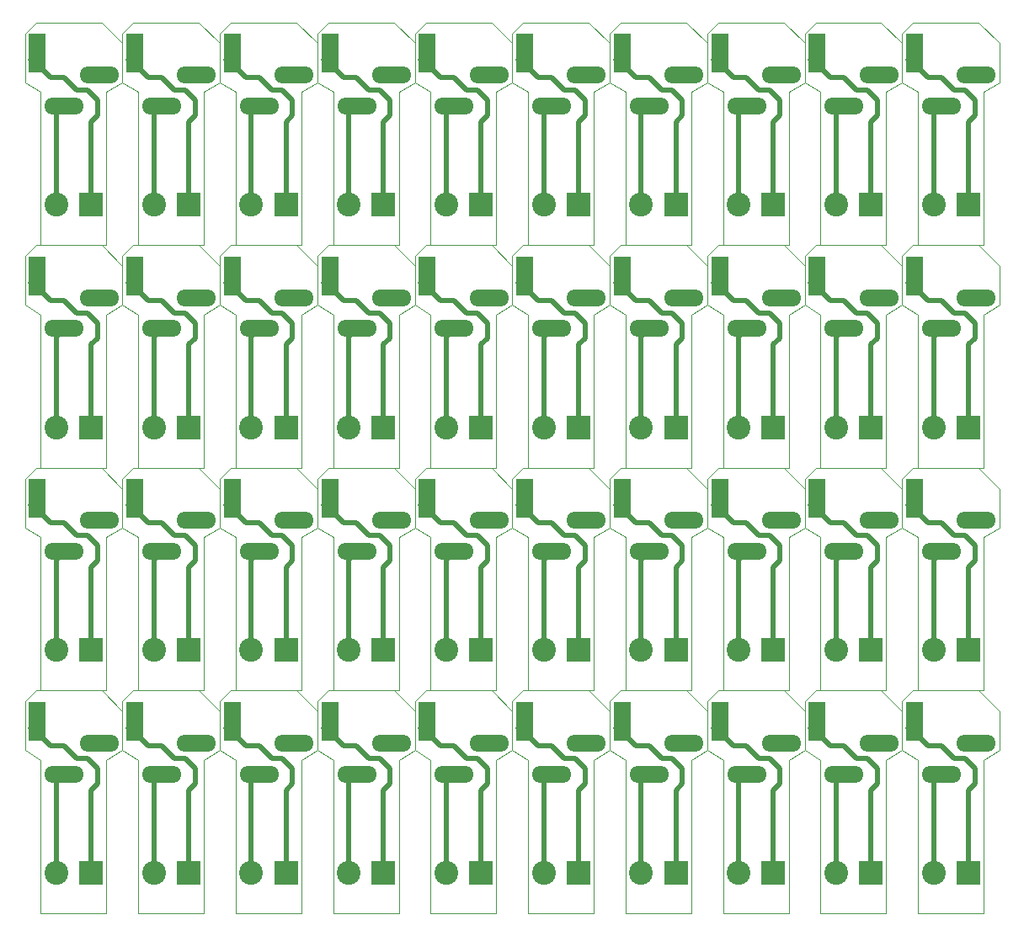
<source format=gbr>
%TF.GenerationSoftware,KiCad,Pcbnew,6.0.11-2627ca5db0~126~ubuntu20.04.1*%
%TF.CreationDate,2024-11-03T19:09:38-05:00*%
%TF.ProjectId,,58585858-5858-4585-9858-585858585858,rev?*%
%TF.SameCoordinates,Original*%
%TF.FileFunction,Copper,L2,Bot*%
%TF.FilePolarity,Positive*%
%FSLAX46Y46*%
G04 Gerber Fmt 4.6, Leading zero omitted, Abs format (unit mm)*
G04 Created by KiCad (PCBNEW 6.0.11-2627ca5db0~126~ubuntu20.04.1) date 2024-11-03 19:09:38*
%MOMM*%
%LPD*%
G01*
G04 APERTURE LIST*
%TA.AperFunction,Profile*%
%ADD10C,0.100000*%
%TD*%
%TA.AperFunction,ComponentPad*%
%ADD11R,1.700000X4.000000*%
%TD*%
%TA.AperFunction,ComponentPad*%
%ADD12O,4.000000X1.700000*%
%TD*%
%TA.AperFunction,ComponentPad*%
%ADD13R,2.400000X2.400000*%
%TD*%
%TA.AperFunction,ComponentPad*%
%ADD14C,2.400000*%
%TD*%
%TA.AperFunction,Conductor*%
%ADD15C,0.500000*%
%TD*%
G04 APERTURE END LIST*
D10*
X154578000Y-117281000D02*
X161178000Y-117281000D01*
X153478000Y-123281000D02*
X155078000Y-124281000D01*
X161178000Y-117281000D02*
X163278000Y-119381000D01*
X155078000Y-139681000D02*
X161678000Y-139681000D01*
X163278000Y-119381000D02*
X163278000Y-123281000D01*
X153478000Y-118381000D02*
X153478000Y-123281000D01*
X161678000Y-124281000D02*
X163278000Y-123281000D01*
X161678000Y-124281000D02*
X161678000Y-139681000D01*
X155078000Y-124281000D02*
X155078000Y-139681000D01*
X154578000Y-117281000D02*
X153478000Y-118381000D01*
X144778000Y-117281000D02*
X151378000Y-117281000D01*
X143678000Y-123281000D02*
X145278000Y-124281000D01*
X151378000Y-117281000D02*
X153478000Y-119381000D01*
X145278000Y-139681000D02*
X151878000Y-139681000D01*
X153478000Y-119381000D02*
X153478000Y-123281000D01*
X143678000Y-118381000D02*
X143678000Y-123281000D01*
X151878000Y-124281000D02*
X153478000Y-123281000D01*
X151878000Y-124281000D02*
X151878000Y-139681000D01*
X145278000Y-124281000D02*
X145278000Y-139681000D01*
X144778000Y-117281000D02*
X143678000Y-118381000D01*
X134978000Y-117281000D02*
X141578000Y-117281000D01*
X133878000Y-123281000D02*
X135478000Y-124281000D01*
X141578000Y-117281000D02*
X143678000Y-119381000D01*
X135478000Y-139681000D02*
X142078000Y-139681000D01*
X143678000Y-119381000D02*
X143678000Y-123281000D01*
X133878000Y-118381000D02*
X133878000Y-123281000D01*
X142078000Y-124281000D02*
X143678000Y-123281000D01*
X142078000Y-124281000D02*
X142078000Y-139681000D01*
X135478000Y-124281000D02*
X135478000Y-139681000D01*
X134978000Y-117281000D02*
X133878000Y-118381000D01*
X125178000Y-117281000D02*
X131778000Y-117281000D01*
X124078000Y-123281000D02*
X125678000Y-124281000D01*
X131778000Y-117281000D02*
X133878000Y-119381000D01*
X125678000Y-139681000D02*
X132278000Y-139681000D01*
X133878000Y-119381000D02*
X133878000Y-123281000D01*
X124078000Y-118381000D02*
X124078000Y-123281000D01*
X132278000Y-124281000D02*
X133878000Y-123281000D01*
X132278000Y-124281000D02*
X132278000Y-139681000D01*
X125678000Y-124281000D02*
X125678000Y-139681000D01*
X125178000Y-117281000D02*
X124078000Y-118381000D01*
X115378000Y-117281000D02*
X121978000Y-117281000D01*
X114278000Y-123281000D02*
X115878000Y-124281000D01*
X121978000Y-117281000D02*
X124078000Y-119381000D01*
X115878000Y-139681000D02*
X122478000Y-139681000D01*
X124078000Y-119381000D02*
X124078000Y-123281000D01*
X114278000Y-118381000D02*
X114278000Y-123281000D01*
X122478000Y-124281000D02*
X124078000Y-123281000D01*
X122478000Y-124281000D02*
X122478000Y-139681000D01*
X115878000Y-124281000D02*
X115878000Y-139681000D01*
X115378000Y-117281000D02*
X114278000Y-118381000D01*
X105578000Y-117281000D02*
X112178000Y-117281000D01*
X104478000Y-123281000D02*
X106078000Y-124281000D01*
X112178000Y-117281000D02*
X114278000Y-119381000D01*
X106078000Y-139681000D02*
X112678000Y-139681000D01*
X114278000Y-119381000D02*
X114278000Y-123281000D01*
X104478000Y-118381000D02*
X104478000Y-123281000D01*
X112678000Y-124281000D02*
X114278000Y-123281000D01*
X112678000Y-124281000D02*
X112678000Y-139681000D01*
X106078000Y-124281000D02*
X106078000Y-139681000D01*
X105578000Y-117281000D02*
X104478000Y-118381000D01*
X95778000Y-117281000D02*
X102378000Y-117281000D01*
X94678000Y-123281000D02*
X96278000Y-124281000D01*
X102378000Y-117281000D02*
X104478000Y-119381000D01*
X96278000Y-139681000D02*
X102878000Y-139681000D01*
X104478000Y-119381000D02*
X104478000Y-123281000D01*
X94678000Y-118381000D02*
X94678000Y-123281000D01*
X102878000Y-124281000D02*
X104478000Y-123281000D01*
X102878000Y-124281000D02*
X102878000Y-139681000D01*
X96278000Y-124281000D02*
X96278000Y-139681000D01*
X95778000Y-117281000D02*
X94678000Y-118381000D01*
X85978000Y-117281000D02*
X92578000Y-117281000D01*
X84878000Y-123281000D02*
X86478000Y-124281000D01*
X92578000Y-117281000D02*
X94678000Y-119381000D01*
X86478000Y-139681000D02*
X93078000Y-139681000D01*
X94678000Y-119381000D02*
X94678000Y-123281000D01*
X84878000Y-118381000D02*
X84878000Y-123281000D01*
X93078000Y-124281000D02*
X94678000Y-123281000D01*
X93078000Y-124281000D02*
X93078000Y-139681000D01*
X86478000Y-124281000D02*
X86478000Y-139681000D01*
X85978000Y-117281000D02*
X84878000Y-118381000D01*
X76178000Y-117281000D02*
X82778000Y-117281000D01*
X75078000Y-123281000D02*
X76678000Y-124281000D01*
X82778000Y-117281000D02*
X84878000Y-119381000D01*
X76678000Y-139681000D02*
X83278000Y-139681000D01*
X84878000Y-119381000D02*
X84878000Y-123281000D01*
X75078000Y-118381000D02*
X75078000Y-123281000D01*
X83278000Y-124281000D02*
X84878000Y-123281000D01*
X83278000Y-124281000D02*
X83278000Y-139681000D01*
X76678000Y-124281000D02*
X76678000Y-139681000D01*
X76178000Y-117281000D02*
X75078000Y-118381000D01*
X66378000Y-117281000D02*
X72978000Y-117281000D01*
X65278000Y-123281000D02*
X66878000Y-124281000D01*
X72978000Y-117281000D02*
X75078000Y-119381000D01*
X66878000Y-139681000D02*
X73478000Y-139681000D01*
X75078000Y-119381000D02*
X75078000Y-123281000D01*
X65278000Y-118381000D02*
X65278000Y-123281000D01*
X73478000Y-124281000D02*
X75078000Y-123281000D01*
X73478000Y-124281000D02*
X73478000Y-139681000D01*
X66878000Y-124281000D02*
X66878000Y-139681000D01*
X66378000Y-117281000D02*
X65278000Y-118381000D01*
X154578000Y-94881000D02*
X161178000Y-94881000D01*
X153478000Y-100881000D02*
X155078000Y-101881000D01*
X161178000Y-94881000D02*
X163278000Y-96981000D01*
X155078000Y-117281000D02*
X161678000Y-117281000D01*
X163278000Y-96981000D02*
X163278000Y-100881000D01*
X153478000Y-95981000D02*
X153478000Y-100881000D01*
X161678000Y-101881000D02*
X163278000Y-100881000D01*
X161678000Y-101881000D02*
X161678000Y-117281000D01*
X155078000Y-101881000D02*
X155078000Y-117281000D01*
X154578000Y-94881000D02*
X153478000Y-95981000D01*
X144778000Y-94881000D02*
X151378000Y-94881000D01*
X143678000Y-100881000D02*
X145278000Y-101881000D01*
X151378000Y-94881000D02*
X153478000Y-96981000D01*
X145278000Y-117281000D02*
X151878000Y-117281000D01*
X153478000Y-96981000D02*
X153478000Y-100881000D01*
X143678000Y-95981000D02*
X143678000Y-100881000D01*
X151878000Y-101881000D02*
X153478000Y-100881000D01*
X151878000Y-101881000D02*
X151878000Y-117281000D01*
X145278000Y-101881000D02*
X145278000Y-117281000D01*
X144778000Y-94881000D02*
X143678000Y-95981000D01*
X134978000Y-94881000D02*
X141578000Y-94881000D01*
X133878000Y-100881000D02*
X135478000Y-101881000D01*
X141578000Y-94881000D02*
X143678000Y-96981000D01*
X135478000Y-117281000D02*
X142078000Y-117281000D01*
X143678000Y-96981000D02*
X143678000Y-100881000D01*
X133878000Y-95981000D02*
X133878000Y-100881000D01*
X142078000Y-101881000D02*
X143678000Y-100881000D01*
X142078000Y-101881000D02*
X142078000Y-117281000D01*
X135478000Y-101881000D02*
X135478000Y-117281000D01*
X134978000Y-94881000D02*
X133878000Y-95981000D01*
X125178000Y-94881000D02*
X131778000Y-94881000D01*
X124078000Y-100881000D02*
X125678000Y-101881000D01*
X131778000Y-94881000D02*
X133878000Y-96981000D01*
X125678000Y-117281000D02*
X132278000Y-117281000D01*
X133878000Y-96981000D02*
X133878000Y-100881000D01*
X124078000Y-95981000D02*
X124078000Y-100881000D01*
X132278000Y-101881000D02*
X133878000Y-100881000D01*
X132278000Y-101881000D02*
X132278000Y-117281000D01*
X125678000Y-101881000D02*
X125678000Y-117281000D01*
X125178000Y-94881000D02*
X124078000Y-95981000D01*
X115378000Y-94881000D02*
X121978000Y-94881000D01*
X114278000Y-100881000D02*
X115878000Y-101881000D01*
X121978000Y-94881000D02*
X124078000Y-96981000D01*
X115878000Y-117281000D02*
X122478000Y-117281000D01*
X124078000Y-96981000D02*
X124078000Y-100881000D01*
X114278000Y-95981000D02*
X114278000Y-100881000D01*
X122478000Y-101881000D02*
X124078000Y-100881000D01*
X122478000Y-101881000D02*
X122478000Y-117281000D01*
X115878000Y-101881000D02*
X115878000Y-117281000D01*
X115378000Y-94881000D02*
X114278000Y-95981000D01*
X105578000Y-94881000D02*
X112178000Y-94881000D01*
X104478000Y-100881000D02*
X106078000Y-101881000D01*
X112178000Y-94881000D02*
X114278000Y-96981000D01*
X106078000Y-117281000D02*
X112678000Y-117281000D01*
X114278000Y-96981000D02*
X114278000Y-100881000D01*
X104478000Y-95981000D02*
X104478000Y-100881000D01*
X112678000Y-101881000D02*
X114278000Y-100881000D01*
X112678000Y-101881000D02*
X112678000Y-117281000D01*
X106078000Y-101881000D02*
X106078000Y-117281000D01*
X105578000Y-94881000D02*
X104478000Y-95981000D01*
X95778000Y-94881000D02*
X102378000Y-94881000D01*
X94678000Y-100881000D02*
X96278000Y-101881000D01*
X102378000Y-94881000D02*
X104478000Y-96981000D01*
X96278000Y-117281000D02*
X102878000Y-117281000D01*
X104478000Y-96981000D02*
X104478000Y-100881000D01*
X94678000Y-95981000D02*
X94678000Y-100881000D01*
X102878000Y-101881000D02*
X104478000Y-100881000D01*
X102878000Y-101881000D02*
X102878000Y-117281000D01*
X96278000Y-101881000D02*
X96278000Y-117281000D01*
X95778000Y-94881000D02*
X94678000Y-95981000D01*
X85978000Y-94881000D02*
X92578000Y-94881000D01*
X84878000Y-100881000D02*
X86478000Y-101881000D01*
X92578000Y-94881000D02*
X94678000Y-96981000D01*
X86478000Y-117281000D02*
X93078000Y-117281000D01*
X94678000Y-96981000D02*
X94678000Y-100881000D01*
X84878000Y-95981000D02*
X84878000Y-100881000D01*
X93078000Y-101881000D02*
X94678000Y-100881000D01*
X93078000Y-101881000D02*
X93078000Y-117281000D01*
X86478000Y-101881000D02*
X86478000Y-117281000D01*
X85978000Y-94881000D02*
X84878000Y-95981000D01*
X76178000Y-94881000D02*
X82778000Y-94881000D01*
X75078000Y-100881000D02*
X76678000Y-101881000D01*
X82778000Y-94881000D02*
X84878000Y-96981000D01*
X76678000Y-117281000D02*
X83278000Y-117281000D01*
X84878000Y-96981000D02*
X84878000Y-100881000D01*
X75078000Y-95981000D02*
X75078000Y-100881000D01*
X83278000Y-101881000D02*
X84878000Y-100881000D01*
X83278000Y-101881000D02*
X83278000Y-117281000D01*
X76678000Y-101881000D02*
X76678000Y-117281000D01*
X76178000Y-94881000D02*
X75078000Y-95981000D01*
X66378000Y-94881000D02*
X72978000Y-94881000D01*
X65278000Y-100881000D02*
X66878000Y-101881000D01*
X72978000Y-94881000D02*
X75078000Y-96981000D01*
X66878000Y-117281000D02*
X73478000Y-117281000D01*
X75078000Y-96981000D02*
X75078000Y-100881000D01*
X65278000Y-95981000D02*
X65278000Y-100881000D01*
X73478000Y-101881000D02*
X75078000Y-100881000D01*
X73478000Y-101881000D02*
X73478000Y-117281000D01*
X66878000Y-101881000D02*
X66878000Y-117281000D01*
X66378000Y-94881000D02*
X65278000Y-95981000D01*
X154578000Y-72481000D02*
X161178000Y-72481000D01*
X153478000Y-78481000D02*
X155078000Y-79481000D01*
X161178000Y-72481000D02*
X163278000Y-74581000D01*
X155078000Y-94881000D02*
X161678000Y-94881000D01*
X163278000Y-74581000D02*
X163278000Y-78481000D01*
X153478000Y-73581000D02*
X153478000Y-78481000D01*
X161678000Y-79481000D02*
X163278000Y-78481000D01*
X161678000Y-79481000D02*
X161678000Y-94881000D01*
X155078000Y-79481000D02*
X155078000Y-94881000D01*
X154578000Y-72481000D02*
X153478000Y-73581000D01*
X144778000Y-72481000D02*
X151378000Y-72481000D01*
X143678000Y-78481000D02*
X145278000Y-79481000D01*
X151378000Y-72481000D02*
X153478000Y-74581000D01*
X145278000Y-94881000D02*
X151878000Y-94881000D01*
X153478000Y-74581000D02*
X153478000Y-78481000D01*
X143678000Y-73581000D02*
X143678000Y-78481000D01*
X151878000Y-79481000D02*
X153478000Y-78481000D01*
X151878000Y-79481000D02*
X151878000Y-94881000D01*
X145278000Y-79481000D02*
X145278000Y-94881000D01*
X144778000Y-72481000D02*
X143678000Y-73581000D01*
X134978000Y-72481000D02*
X141578000Y-72481000D01*
X133878000Y-78481000D02*
X135478000Y-79481000D01*
X141578000Y-72481000D02*
X143678000Y-74581000D01*
X135478000Y-94881000D02*
X142078000Y-94881000D01*
X143678000Y-74581000D02*
X143678000Y-78481000D01*
X133878000Y-73581000D02*
X133878000Y-78481000D01*
X142078000Y-79481000D02*
X143678000Y-78481000D01*
X142078000Y-79481000D02*
X142078000Y-94881000D01*
X135478000Y-79481000D02*
X135478000Y-94881000D01*
X134978000Y-72481000D02*
X133878000Y-73581000D01*
X125178000Y-72481000D02*
X131778000Y-72481000D01*
X124078000Y-78481000D02*
X125678000Y-79481000D01*
X131778000Y-72481000D02*
X133878000Y-74581000D01*
X125678000Y-94881000D02*
X132278000Y-94881000D01*
X133878000Y-74581000D02*
X133878000Y-78481000D01*
X124078000Y-73581000D02*
X124078000Y-78481000D01*
X132278000Y-79481000D02*
X133878000Y-78481000D01*
X132278000Y-79481000D02*
X132278000Y-94881000D01*
X125678000Y-79481000D02*
X125678000Y-94881000D01*
X125178000Y-72481000D02*
X124078000Y-73581000D01*
X115378000Y-72481000D02*
X121978000Y-72481000D01*
X114278000Y-78481000D02*
X115878000Y-79481000D01*
X121978000Y-72481000D02*
X124078000Y-74581000D01*
X115878000Y-94881000D02*
X122478000Y-94881000D01*
X124078000Y-74581000D02*
X124078000Y-78481000D01*
X114278000Y-73581000D02*
X114278000Y-78481000D01*
X122478000Y-79481000D02*
X124078000Y-78481000D01*
X122478000Y-79481000D02*
X122478000Y-94881000D01*
X115878000Y-79481000D02*
X115878000Y-94881000D01*
X115378000Y-72481000D02*
X114278000Y-73581000D01*
X105578000Y-72481000D02*
X112178000Y-72481000D01*
X104478000Y-78481000D02*
X106078000Y-79481000D01*
X112178000Y-72481000D02*
X114278000Y-74581000D01*
X106078000Y-94881000D02*
X112678000Y-94881000D01*
X114278000Y-74581000D02*
X114278000Y-78481000D01*
X104478000Y-73581000D02*
X104478000Y-78481000D01*
X112678000Y-79481000D02*
X114278000Y-78481000D01*
X112678000Y-79481000D02*
X112678000Y-94881000D01*
X106078000Y-79481000D02*
X106078000Y-94881000D01*
X105578000Y-72481000D02*
X104478000Y-73581000D01*
X95778000Y-72481000D02*
X102378000Y-72481000D01*
X94678000Y-78481000D02*
X96278000Y-79481000D01*
X102378000Y-72481000D02*
X104478000Y-74581000D01*
X96278000Y-94881000D02*
X102878000Y-94881000D01*
X104478000Y-74581000D02*
X104478000Y-78481000D01*
X94678000Y-73581000D02*
X94678000Y-78481000D01*
X102878000Y-79481000D02*
X104478000Y-78481000D01*
X102878000Y-79481000D02*
X102878000Y-94881000D01*
X96278000Y-79481000D02*
X96278000Y-94881000D01*
X95778000Y-72481000D02*
X94678000Y-73581000D01*
X85978000Y-72481000D02*
X92578000Y-72481000D01*
X84878000Y-78481000D02*
X86478000Y-79481000D01*
X92578000Y-72481000D02*
X94678000Y-74581000D01*
X86478000Y-94881000D02*
X93078000Y-94881000D01*
X94678000Y-74581000D02*
X94678000Y-78481000D01*
X84878000Y-73581000D02*
X84878000Y-78481000D01*
X93078000Y-79481000D02*
X94678000Y-78481000D01*
X93078000Y-79481000D02*
X93078000Y-94881000D01*
X86478000Y-79481000D02*
X86478000Y-94881000D01*
X85978000Y-72481000D02*
X84878000Y-73581000D01*
X76178000Y-72481000D02*
X82778000Y-72481000D01*
X75078000Y-78481000D02*
X76678000Y-79481000D01*
X82778000Y-72481000D02*
X84878000Y-74581000D01*
X76678000Y-94881000D02*
X83278000Y-94881000D01*
X84878000Y-74581000D02*
X84878000Y-78481000D01*
X75078000Y-73581000D02*
X75078000Y-78481000D01*
X83278000Y-79481000D02*
X84878000Y-78481000D01*
X83278000Y-79481000D02*
X83278000Y-94881000D01*
X76678000Y-79481000D02*
X76678000Y-94881000D01*
X76178000Y-72481000D02*
X75078000Y-73581000D01*
X66378000Y-72481000D02*
X72978000Y-72481000D01*
X65278000Y-78481000D02*
X66878000Y-79481000D01*
X72978000Y-72481000D02*
X75078000Y-74581000D01*
X66878000Y-94881000D02*
X73478000Y-94881000D01*
X75078000Y-74581000D02*
X75078000Y-78481000D01*
X65278000Y-73581000D02*
X65278000Y-78481000D01*
X73478000Y-79481000D02*
X75078000Y-78481000D01*
X73478000Y-79481000D02*
X73478000Y-94881000D01*
X66878000Y-79481000D02*
X66878000Y-94881000D01*
X66378000Y-72481000D02*
X65278000Y-73581000D01*
X154578000Y-50081000D02*
X161178000Y-50081000D01*
X153478000Y-56081000D02*
X155078000Y-57081000D01*
X161178000Y-50081000D02*
X163278000Y-52181000D01*
X155078000Y-72481000D02*
X161678000Y-72481000D01*
X163278000Y-52181000D02*
X163278000Y-56081000D01*
X153478000Y-51181000D02*
X153478000Y-56081000D01*
X161678000Y-57081000D02*
X163278000Y-56081000D01*
X161678000Y-57081000D02*
X161678000Y-72481000D01*
X155078000Y-57081000D02*
X155078000Y-72481000D01*
X154578000Y-50081000D02*
X153478000Y-51181000D01*
X144778000Y-50081000D02*
X151378000Y-50081000D01*
X143678000Y-56081000D02*
X145278000Y-57081000D01*
X151378000Y-50081000D02*
X153478000Y-52181000D01*
X145278000Y-72481000D02*
X151878000Y-72481000D01*
X153478000Y-52181000D02*
X153478000Y-56081000D01*
X143678000Y-51181000D02*
X143678000Y-56081000D01*
X151878000Y-57081000D02*
X153478000Y-56081000D01*
X151878000Y-57081000D02*
X151878000Y-72481000D01*
X145278000Y-57081000D02*
X145278000Y-72481000D01*
X144778000Y-50081000D02*
X143678000Y-51181000D01*
X134978000Y-50081000D02*
X141578000Y-50081000D01*
X133878000Y-56081000D02*
X135478000Y-57081000D01*
X141578000Y-50081000D02*
X143678000Y-52181000D01*
X135478000Y-72481000D02*
X142078000Y-72481000D01*
X143678000Y-52181000D02*
X143678000Y-56081000D01*
X133878000Y-51181000D02*
X133878000Y-56081000D01*
X142078000Y-57081000D02*
X143678000Y-56081000D01*
X142078000Y-57081000D02*
X142078000Y-72481000D01*
X135478000Y-57081000D02*
X135478000Y-72481000D01*
X134978000Y-50081000D02*
X133878000Y-51181000D01*
X125178000Y-50081000D02*
X131778000Y-50081000D01*
X124078000Y-56081000D02*
X125678000Y-57081000D01*
X131778000Y-50081000D02*
X133878000Y-52181000D01*
X125678000Y-72481000D02*
X132278000Y-72481000D01*
X133878000Y-52181000D02*
X133878000Y-56081000D01*
X124078000Y-51181000D02*
X124078000Y-56081000D01*
X132278000Y-57081000D02*
X133878000Y-56081000D01*
X132278000Y-57081000D02*
X132278000Y-72481000D01*
X125678000Y-57081000D02*
X125678000Y-72481000D01*
X125178000Y-50081000D02*
X124078000Y-51181000D01*
X115378000Y-50081000D02*
X121978000Y-50081000D01*
X114278000Y-56081000D02*
X115878000Y-57081000D01*
X121978000Y-50081000D02*
X124078000Y-52181000D01*
X115878000Y-72481000D02*
X122478000Y-72481000D01*
X124078000Y-52181000D02*
X124078000Y-56081000D01*
X114278000Y-51181000D02*
X114278000Y-56081000D01*
X122478000Y-57081000D02*
X124078000Y-56081000D01*
X122478000Y-57081000D02*
X122478000Y-72481000D01*
X115878000Y-57081000D02*
X115878000Y-72481000D01*
X115378000Y-50081000D02*
X114278000Y-51181000D01*
X105578000Y-50081000D02*
X112178000Y-50081000D01*
X104478000Y-56081000D02*
X106078000Y-57081000D01*
X112178000Y-50081000D02*
X114278000Y-52181000D01*
X106078000Y-72481000D02*
X112678000Y-72481000D01*
X114278000Y-52181000D02*
X114278000Y-56081000D01*
X104478000Y-51181000D02*
X104478000Y-56081000D01*
X112678000Y-57081000D02*
X114278000Y-56081000D01*
X112678000Y-57081000D02*
X112678000Y-72481000D01*
X106078000Y-57081000D02*
X106078000Y-72481000D01*
X105578000Y-50081000D02*
X104478000Y-51181000D01*
X95778000Y-50081000D02*
X102378000Y-50081000D01*
X94678000Y-56081000D02*
X96278000Y-57081000D01*
X102378000Y-50081000D02*
X104478000Y-52181000D01*
X96278000Y-72481000D02*
X102878000Y-72481000D01*
X104478000Y-52181000D02*
X104478000Y-56081000D01*
X94678000Y-51181000D02*
X94678000Y-56081000D01*
X102878000Y-57081000D02*
X104478000Y-56081000D01*
X102878000Y-57081000D02*
X102878000Y-72481000D01*
X96278000Y-57081000D02*
X96278000Y-72481000D01*
X95778000Y-50081000D02*
X94678000Y-51181000D01*
X85978000Y-50081000D02*
X92578000Y-50081000D01*
X84878000Y-56081000D02*
X86478000Y-57081000D01*
X92578000Y-50081000D02*
X94678000Y-52181000D01*
X86478000Y-72481000D02*
X93078000Y-72481000D01*
X94678000Y-52181000D02*
X94678000Y-56081000D01*
X84878000Y-51181000D02*
X84878000Y-56081000D01*
X93078000Y-57081000D02*
X94678000Y-56081000D01*
X93078000Y-57081000D02*
X93078000Y-72481000D01*
X86478000Y-57081000D02*
X86478000Y-72481000D01*
X85978000Y-50081000D02*
X84878000Y-51181000D01*
X76178000Y-50081000D02*
X82778000Y-50081000D01*
X75078000Y-56081000D02*
X76678000Y-57081000D01*
X82778000Y-50081000D02*
X84878000Y-52181000D01*
X76678000Y-72481000D02*
X83278000Y-72481000D01*
X84878000Y-52181000D02*
X84878000Y-56081000D01*
X75078000Y-51181000D02*
X75078000Y-56081000D01*
X83278000Y-57081000D02*
X84878000Y-56081000D01*
X83278000Y-57081000D02*
X83278000Y-72481000D01*
X76678000Y-57081000D02*
X76678000Y-72481000D01*
X76178000Y-50081000D02*
X75078000Y-51181000D01*
X66378000Y-50081000D02*
X72978000Y-50081000D01*
X73478000Y-57081000D02*
X75078000Y-56081000D01*
X65278000Y-51181000D02*
X65278000Y-56081000D01*
X66878000Y-72481000D02*
X73478000Y-72481000D01*
X65278000Y-56081000D02*
X66878000Y-57081000D01*
X72978000Y-50081000D02*
X75078000Y-52181000D01*
X66378000Y-50081000D02*
X65278000Y-51181000D01*
X75078000Y-52181000D02*
X75078000Y-56081000D01*
X73478000Y-57081000D02*
X73478000Y-72481000D01*
X66878000Y-57081000D02*
X66878000Y-72481000D01*
D11*
%TO.P,J1,1*%
%TO.N,Net-(J1-Pad1)*%
X154738000Y-120381000D03*
D12*
%TO.P,J1,2*%
%TO.N,Net-(J1-Pad2)*%
X157438000Y-125681000D03*
%TO.P,J1,3*%
%TO.N,unconnected-(J1-Pad3)*%
X160938000Y-122581000D03*
%TD*%
D13*
%TO.P,J2,1,Pin_1*%
%TO.N,Net-(J1-Pad1)*%
X160128000Y-135612000D03*
D14*
%TO.P,J2,2,Pin_2*%
%TO.N,Net-(J1-Pad2)*%
X156628000Y-135612000D03*
%TD*%
D11*
%TO.P,J1,1*%
%TO.N,Net-(J1-Pad1)*%
X144938000Y-120381000D03*
D12*
%TO.P,J1,2*%
%TO.N,Net-(J1-Pad2)*%
X147638000Y-125681000D03*
%TO.P,J1,3*%
%TO.N,unconnected-(J1-Pad3)*%
X151138000Y-122581000D03*
%TD*%
D13*
%TO.P,J2,1,Pin_1*%
%TO.N,Net-(J1-Pad1)*%
X150328000Y-135612000D03*
D14*
%TO.P,J2,2,Pin_2*%
%TO.N,Net-(J1-Pad2)*%
X146828000Y-135612000D03*
%TD*%
D11*
%TO.P,J1,1*%
%TO.N,Net-(J1-Pad1)*%
X135138000Y-120381000D03*
D12*
%TO.P,J1,2*%
%TO.N,Net-(J1-Pad2)*%
X137838000Y-125681000D03*
%TO.P,J1,3*%
%TO.N,unconnected-(J1-Pad3)*%
X141338000Y-122581000D03*
%TD*%
D13*
%TO.P,J2,1,Pin_1*%
%TO.N,Net-(J1-Pad1)*%
X140528000Y-135612000D03*
D14*
%TO.P,J2,2,Pin_2*%
%TO.N,Net-(J1-Pad2)*%
X137028000Y-135612000D03*
%TD*%
D11*
%TO.P,J1,1*%
%TO.N,Net-(J1-Pad1)*%
X125338000Y-120381000D03*
D12*
%TO.P,J1,2*%
%TO.N,Net-(J1-Pad2)*%
X128038000Y-125681000D03*
%TO.P,J1,3*%
%TO.N,unconnected-(J1-Pad3)*%
X131538000Y-122581000D03*
%TD*%
D13*
%TO.P,J2,1,Pin_1*%
%TO.N,Net-(J1-Pad1)*%
X130728000Y-135612000D03*
D14*
%TO.P,J2,2,Pin_2*%
%TO.N,Net-(J1-Pad2)*%
X127228000Y-135612000D03*
%TD*%
D11*
%TO.P,J1,1*%
%TO.N,Net-(J1-Pad1)*%
X115538000Y-120381000D03*
D12*
%TO.P,J1,2*%
%TO.N,Net-(J1-Pad2)*%
X118238000Y-125681000D03*
%TO.P,J1,3*%
%TO.N,unconnected-(J1-Pad3)*%
X121738000Y-122581000D03*
%TD*%
D13*
%TO.P,J2,1,Pin_1*%
%TO.N,Net-(J1-Pad1)*%
X120928000Y-135612000D03*
D14*
%TO.P,J2,2,Pin_2*%
%TO.N,Net-(J1-Pad2)*%
X117428000Y-135612000D03*
%TD*%
D11*
%TO.P,J1,1*%
%TO.N,Net-(J1-Pad1)*%
X105738000Y-120381000D03*
D12*
%TO.P,J1,2*%
%TO.N,Net-(J1-Pad2)*%
X108438000Y-125681000D03*
%TO.P,J1,3*%
%TO.N,unconnected-(J1-Pad3)*%
X111938000Y-122581000D03*
%TD*%
D13*
%TO.P,J2,1,Pin_1*%
%TO.N,Net-(J1-Pad1)*%
X111128000Y-135612000D03*
D14*
%TO.P,J2,2,Pin_2*%
%TO.N,Net-(J1-Pad2)*%
X107628000Y-135612000D03*
%TD*%
D11*
%TO.P,J1,1*%
%TO.N,Net-(J1-Pad1)*%
X95938000Y-120381000D03*
D12*
%TO.P,J1,2*%
%TO.N,Net-(J1-Pad2)*%
X98638000Y-125681000D03*
%TO.P,J1,3*%
%TO.N,unconnected-(J1-Pad3)*%
X102138000Y-122581000D03*
%TD*%
D13*
%TO.P,J2,1,Pin_1*%
%TO.N,Net-(J1-Pad1)*%
X101328000Y-135612000D03*
D14*
%TO.P,J2,2,Pin_2*%
%TO.N,Net-(J1-Pad2)*%
X97828000Y-135612000D03*
%TD*%
D11*
%TO.P,J1,1*%
%TO.N,Net-(J1-Pad1)*%
X86138000Y-120381000D03*
D12*
%TO.P,J1,2*%
%TO.N,Net-(J1-Pad2)*%
X88838000Y-125681000D03*
%TO.P,J1,3*%
%TO.N,unconnected-(J1-Pad3)*%
X92338000Y-122581000D03*
%TD*%
D13*
%TO.P,J2,1,Pin_1*%
%TO.N,Net-(J1-Pad1)*%
X91528000Y-135612000D03*
D14*
%TO.P,J2,2,Pin_2*%
%TO.N,Net-(J1-Pad2)*%
X88028000Y-135612000D03*
%TD*%
D11*
%TO.P,J1,1*%
%TO.N,Net-(J1-Pad1)*%
X76338000Y-120381000D03*
D12*
%TO.P,J1,2*%
%TO.N,Net-(J1-Pad2)*%
X79038000Y-125681000D03*
%TO.P,J1,3*%
%TO.N,unconnected-(J1-Pad3)*%
X82538000Y-122581000D03*
%TD*%
D13*
%TO.P,J2,1,Pin_1*%
%TO.N,Net-(J1-Pad1)*%
X81728000Y-135612000D03*
D14*
%TO.P,J2,2,Pin_2*%
%TO.N,Net-(J1-Pad2)*%
X78228000Y-135612000D03*
%TD*%
D11*
%TO.P,J1,1*%
%TO.N,Net-(J1-Pad1)*%
X66538000Y-120381000D03*
D12*
%TO.P,J1,2*%
%TO.N,Net-(J1-Pad2)*%
X69238000Y-125681000D03*
%TO.P,J1,3*%
%TO.N,unconnected-(J1-Pad3)*%
X72738000Y-122581000D03*
%TD*%
D13*
%TO.P,J2,1,Pin_1*%
%TO.N,Net-(J1-Pad1)*%
X71928000Y-135612000D03*
D14*
%TO.P,J2,2,Pin_2*%
%TO.N,Net-(J1-Pad2)*%
X68428000Y-135612000D03*
%TD*%
D11*
%TO.P,J1,1*%
%TO.N,Net-(J1-Pad1)*%
X154738000Y-97981000D03*
D12*
%TO.P,J1,2*%
%TO.N,Net-(J1-Pad2)*%
X157438000Y-103281000D03*
%TO.P,J1,3*%
%TO.N,unconnected-(J1-Pad3)*%
X160938000Y-100181000D03*
%TD*%
D13*
%TO.P,J2,1,Pin_1*%
%TO.N,Net-(J1-Pad1)*%
X160128000Y-113212000D03*
D14*
%TO.P,J2,2,Pin_2*%
%TO.N,Net-(J1-Pad2)*%
X156628000Y-113212000D03*
%TD*%
D11*
%TO.P,J1,1*%
%TO.N,Net-(J1-Pad1)*%
X144938000Y-97981000D03*
D12*
%TO.P,J1,2*%
%TO.N,Net-(J1-Pad2)*%
X147638000Y-103281000D03*
%TO.P,J1,3*%
%TO.N,unconnected-(J1-Pad3)*%
X151138000Y-100181000D03*
%TD*%
D13*
%TO.P,J2,1,Pin_1*%
%TO.N,Net-(J1-Pad1)*%
X150328000Y-113212000D03*
D14*
%TO.P,J2,2,Pin_2*%
%TO.N,Net-(J1-Pad2)*%
X146828000Y-113212000D03*
%TD*%
D11*
%TO.P,J1,1*%
%TO.N,Net-(J1-Pad1)*%
X135138000Y-97981000D03*
D12*
%TO.P,J1,2*%
%TO.N,Net-(J1-Pad2)*%
X137838000Y-103281000D03*
%TO.P,J1,3*%
%TO.N,unconnected-(J1-Pad3)*%
X141338000Y-100181000D03*
%TD*%
D13*
%TO.P,J2,1,Pin_1*%
%TO.N,Net-(J1-Pad1)*%
X140528000Y-113212000D03*
D14*
%TO.P,J2,2,Pin_2*%
%TO.N,Net-(J1-Pad2)*%
X137028000Y-113212000D03*
%TD*%
D11*
%TO.P,J1,1*%
%TO.N,Net-(J1-Pad1)*%
X125338000Y-97981000D03*
D12*
%TO.P,J1,2*%
%TO.N,Net-(J1-Pad2)*%
X128038000Y-103281000D03*
%TO.P,J1,3*%
%TO.N,unconnected-(J1-Pad3)*%
X131538000Y-100181000D03*
%TD*%
D13*
%TO.P,J2,1,Pin_1*%
%TO.N,Net-(J1-Pad1)*%
X130728000Y-113212000D03*
D14*
%TO.P,J2,2,Pin_2*%
%TO.N,Net-(J1-Pad2)*%
X127228000Y-113212000D03*
%TD*%
D11*
%TO.P,J1,1*%
%TO.N,Net-(J1-Pad1)*%
X115538000Y-97981000D03*
D12*
%TO.P,J1,2*%
%TO.N,Net-(J1-Pad2)*%
X118238000Y-103281000D03*
%TO.P,J1,3*%
%TO.N,unconnected-(J1-Pad3)*%
X121738000Y-100181000D03*
%TD*%
D13*
%TO.P,J2,1,Pin_1*%
%TO.N,Net-(J1-Pad1)*%
X120928000Y-113212000D03*
D14*
%TO.P,J2,2,Pin_2*%
%TO.N,Net-(J1-Pad2)*%
X117428000Y-113212000D03*
%TD*%
D11*
%TO.P,J1,1*%
%TO.N,Net-(J1-Pad1)*%
X105738000Y-97981000D03*
D12*
%TO.P,J1,2*%
%TO.N,Net-(J1-Pad2)*%
X108438000Y-103281000D03*
%TO.P,J1,3*%
%TO.N,unconnected-(J1-Pad3)*%
X111938000Y-100181000D03*
%TD*%
D13*
%TO.P,J2,1,Pin_1*%
%TO.N,Net-(J1-Pad1)*%
X111128000Y-113212000D03*
D14*
%TO.P,J2,2,Pin_2*%
%TO.N,Net-(J1-Pad2)*%
X107628000Y-113212000D03*
%TD*%
D11*
%TO.P,J1,1*%
%TO.N,Net-(J1-Pad1)*%
X95938000Y-97981000D03*
D12*
%TO.P,J1,2*%
%TO.N,Net-(J1-Pad2)*%
X98638000Y-103281000D03*
%TO.P,J1,3*%
%TO.N,unconnected-(J1-Pad3)*%
X102138000Y-100181000D03*
%TD*%
D13*
%TO.P,J2,1,Pin_1*%
%TO.N,Net-(J1-Pad1)*%
X101328000Y-113212000D03*
D14*
%TO.P,J2,2,Pin_2*%
%TO.N,Net-(J1-Pad2)*%
X97828000Y-113212000D03*
%TD*%
D11*
%TO.P,J1,1*%
%TO.N,Net-(J1-Pad1)*%
X86138000Y-97981000D03*
D12*
%TO.P,J1,2*%
%TO.N,Net-(J1-Pad2)*%
X88838000Y-103281000D03*
%TO.P,J1,3*%
%TO.N,unconnected-(J1-Pad3)*%
X92338000Y-100181000D03*
%TD*%
D13*
%TO.P,J2,1,Pin_1*%
%TO.N,Net-(J1-Pad1)*%
X91528000Y-113212000D03*
D14*
%TO.P,J2,2,Pin_2*%
%TO.N,Net-(J1-Pad2)*%
X88028000Y-113212000D03*
%TD*%
D11*
%TO.P,J1,1*%
%TO.N,Net-(J1-Pad1)*%
X76338000Y-97981000D03*
D12*
%TO.P,J1,2*%
%TO.N,Net-(J1-Pad2)*%
X79038000Y-103281000D03*
%TO.P,J1,3*%
%TO.N,unconnected-(J1-Pad3)*%
X82538000Y-100181000D03*
%TD*%
D13*
%TO.P,J2,1,Pin_1*%
%TO.N,Net-(J1-Pad1)*%
X81728000Y-113212000D03*
D14*
%TO.P,J2,2,Pin_2*%
%TO.N,Net-(J1-Pad2)*%
X78228000Y-113212000D03*
%TD*%
D11*
%TO.P,J1,1*%
%TO.N,Net-(J1-Pad1)*%
X66538000Y-97981000D03*
D12*
%TO.P,J1,2*%
%TO.N,Net-(J1-Pad2)*%
X69238000Y-103281000D03*
%TO.P,J1,3*%
%TO.N,unconnected-(J1-Pad3)*%
X72738000Y-100181000D03*
%TD*%
D13*
%TO.P,J2,1,Pin_1*%
%TO.N,Net-(J1-Pad1)*%
X71928000Y-113212000D03*
D14*
%TO.P,J2,2,Pin_2*%
%TO.N,Net-(J1-Pad2)*%
X68428000Y-113212000D03*
%TD*%
D11*
%TO.P,J1,1*%
%TO.N,Net-(J1-Pad1)*%
X154738000Y-75581000D03*
D12*
%TO.P,J1,2*%
%TO.N,Net-(J1-Pad2)*%
X157438000Y-80881000D03*
%TO.P,J1,3*%
%TO.N,unconnected-(J1-Pad3)*%
X160938000Y-77781000D03*
%TD*%
D13*
%TO.P,J2,1,Pin_1*%
%TO.N,Net-(J1-Pad1)*%
X160128000Y-90812000D03*
D14*
%TO.P,J2,2,Pin_2*%
%TO.N,Net-(J1-Pad2)*%
X156628000Y-90812000D03*
%TD*%
D11*
%TO.P,J1,1*%
%TO.N,Net-(J1-Pad1)*%
X144938000Y-75581000D03*
D12*
%TO.P,J1,2*%
%TO.N,Net-(J1-Pad2)*%
X147638000Y-80881000D03*
%TO.P,J1,3*%
%TO.N,unconnected-(J1-Pad3)*%
X151138000Y-77781000D03*
%TD*%
D13*
%TO.P,J2,1,Pin_1*%
%TO.N,Net-(J1-Pad1)*%
X150328000Y-90812000D03*
D14*
%TO.P,J2,2,Pin_2*%
%TO.N,Net-(J1-Pad2)*%
X146828000Y-90812000D03*
%TD*%
D11*
%TO.P,J1,1*%
%TO.N,Net-(J1-Pad1)*%
X135138000Y-75581000D03*
D12*
%TO.P,J1,2*%
%TO.N,Net-(J1-Pad2)*%
X137838000Y-80881000D03*
%TO.P,J1,3*%
%TO.N,unconnected-(J1-Pad3)*%
X141338000Y-77781000D03*
%TD*%
D13*
%TO.P,J2,1,Pin_1*%
%TO.N,Net-(J1-Pad1)*%
X140528000Y-90812000D03*
D14*
%TO.P,J2,2,Pin_2*%
%TO.N,Net-(J1-Pad2)*%
X137028000Y-90812000D03*
%TD*%
D11*
%TO.P,J1,1*%
%TO.N,Net-(J1-Pad1)*%
X125338000Y-75581000D03*
D12*
%TO.P,J1,2*%
%TO.N,Net-(J1-Pad2)*%
X128038000Y-80881000D03*
%TO.P,J1,3*%
%TO.N,unconnected-(J1-Pad3)*%
X131538000Y-77781000D03*
%TD*%
D13*
%TO.P,J2,1,Pin_1*%
%TO.N,Net-(J1-Pad1)*%
X130728000Y-90812000D03*
D14*
%TO.P,J2,2,Pin_2*%
%TO.N,Net-(J1-Pad2)*%
X127228000Y-90812000D03*
%TD*%
D11*
%TO.P,J1,1*%
%TO.N,Net-(J1-Pad1)*%
X115538000Y-75581000D03*
D12*
%TO.P,J1,2*%
%TO.N,Net-(J1-Pad2)*%
X118238000Y-80881000D03*
%TO.P,J1,3*%
%TO.N,unconnected-(J1-Pad3)*%
X121738000Y-77781000D03*
%TD*%
D13*
%TO.P,J2,1,Pin_1*%
%TO.N,Net-(J1-Pad1)*%
X120928000Y-90812000D03*
D14*
%TO.P,J2,2,Pin_2*%
%TO.N,Net-(J1-Pad2)*%
X117428000Y-90812000D03*
%TD*%
D11*
%TO.P,J1,1*%
%TO.N,Net-(J1-Pad1)*%
X105738000Y-75581000D03*
D12*
%TO.P,J1,2*%
%TO.N,Net-(J1-Pad2)*%
X108438000Y-80881000D03*
%TO.P,J1,3*%
%TO.N,unconnected-(J1-Pad3)*%
X111938000Y-77781000D03*
%TD*%
D13*
%TO.P,J2,1,Pin_1*%
%TO.N,Net-(J1-Pad1)*%
X111128000Y-90812000D03*
D14*
%TO.P,J2,2,Pin_2*%
%TO.N,Net-(J1-Pad2)*%
X107628000Y-90812000D03*
%TD*%
D11*
%TO.P,J1,1*%
%TO.N,Net-(J1-Pad1)*%
X95938000Y-75581000D03*
D12*
%TO.P,J1,2*%
%TO.N,Net-(J1-Pad2)*%
X98638000Y-80881000D03*
%TO.P,J1,3*%
%TO.N,unconnected-(J1-Pad3)*%
X102138000Y-77781000D03*
%TD*%
D13*
%TO.P,J2,1,Pin_1*%
%TO.N,Net-(J1-Pad1)*%
X101328000Y-90812000D03*
D14*
%TO.P,J2,2,Pin_2*%
%TO.N,Net-(J1-Pad2)*%
X97828000Y-90812000D03*
%TD*%
D11*
%TO.P,J1,1*%
%TO.N,Net-(J1-Pad1)*%
X86138000Y-75581000D03*
D12*
%TO.P,J1,2*%
%TO.N,Net-(J1-Pad2)*%
X88838000Y-80881000D03*
%TO.P,J1,3*%
%TO.N,unconnected-(J1-Pad3)*%
X92338000Y-77781000D03*
%TD*%
D13*
%TO.P,J2,1,Pin_1*%
%TO.N,Net-(J1-Pad1)*%
X91528000Y-90812000D03*
D14*
%TO.P,J2,2,Pin_2*%
%TO.N,Net-(J1-Pad2)*%
X88028000Y-90812000D03*
%TD*%
D11*
%TO.P,J1,1*%
%TO.N,Net-(J1-Pad1)*%
X76338000Y-75581000D03*
D12*
%TO.P,J1,2*%
%TO.N,Net-(J1-Pad2)*%
X79038000Y-80881000D03*
%TO.P,J1,3*%
%TO.N,unconnected-(J1-Pad3)*%
X82538000Y-77781000D03*
%TD*%
D13*
%TO.P,J2,1,Pin_1*%
%TO.N,Net-(J1-Pad1)*%
X81728000Y-90812000D03*
D14*
%TO.P,J2,2,Pin_2*%
%TO.N,Net-(J1-Pad2)*%
X78228000Y-90812000D03*
%TD*%
D11*
%TO.P,J1,1*%
%TO.N,Net-(J1-Pad1)*%
X66538000Y-75581000D03*
D12*
%TO.P,J1,2*%
%TO.N,Net-(J1-Pad2)*%
X69238000Y-80881000D03*
%TO.P,J1,3*%
%TO.N,unconnected-(J1-Pad3)*%
X72738000Y-77781000D03*
%TD*%
D13*
%TO.P,J2,1,Pin_1*%
%TO.N,Net-(J1-Pad1)*%
X71928000Y-90812000D03*
D14*
%TO.P,J2,2,Pin_2*%
%TO.N,Net-(J1-Pad2)*%
X68428000Y-90812000D03*
%TD*%
D11*
%TO.P,J1,1*%
%TO.N,Net-(J1-Pad1)*%
X154738000Y-53181000D03*
D12*
%TO.P,J1,2*%
%TO.N,Net-(J1-Pad2)*%
X157438000Y-58481000D03*
%TO.P,J1,3*%
%TO.N,unconnected-(J1-Pad3)*%
X160938000Y-55381000D03*
%TD*%
D13*
%TO.P,J2,1,Pin_1*%
%TO.N,Net-(J1-Pad1)*%
X160128000Y-68412000D03*
D14*
%TO.P,J2,2,Pin_2*%
%TO.N,Net-(J1-Pad2)*%
X156628000Y-68412000D03*
%TD*%
D11*
%TO.P,J1,1*%
%TO.N,Net-(J1-Pad1)*%
X144938000Y-53181000D03*
D12*
%TO.P,J1,2*%
%TO.N,Net-(J1-Pad2)*%
X147638000Y-58481000D03*
%TO.P,J1,3*%
%TO.N,unconnected-(J1-Pad3)*%
X151138000Y-55381000D03*
%TD*%
D13*
%TO.P,J2,1,Pin_1*%
%TO.N,Net-(J1-Pad1)*%
X150328000Y-68412000D03*
D14*
%TO.P,J2,2,Pin_2*%
%TO.N,Net-(J1-Pad2)*%
X146828000Y-68412000D03*
%TD*%
D11*
%TO.P,J1,1*%
%TO.N,Net-(J1-Pad1)*%
X135138000Y-53181000D03*
D12*
%TO.P,J1,2*%
%TO.N,Net-(J1-Pad2)*%
X137838000Y-58481000D03*
%TO.P,J1,3*%
%TO.N,unconnected-(J1-Pad3)*%
X141338000Y-55381000D03*
%TD*%
D13*
%TO.P,J2,1,Pin_1*%
%TO.N,Net-(J1-Pad1)*%
X140528000Y-68412000D03*
D14*
%TO.P,J2,2,Pin_2*%
%TO.N,Net-(J1-Pad2)*%
X137028000Y-68412000D03*
%TD*%
D11*
%TO.P,J1,1*%
%TO.N,Net-(J1-Pad1)*%
X125338000Y-53181000D03*
D12*
%TO.P,J1,2*%
%TO.N,Net-(J1-Pad2)*%
X128038000Y-58481000D03*
%TO.P,J1,3*%
%TO.N,unconnected-(J1-Pad3)*%
X131538000Y-55381000D03*
%TD*%
D13*
%TO.P,J2,1,Pin_1*%
%TO.N,Net-(J1-Pad1)*%
X130728000Y-68412000D03*
D14*
%TO.P,J2,2,Pin_2*%
%TO.N,Net-(J1-Pad2)*%
X127228000Y-68412000D03*
%TD*%
D11*
%TO.P,J1,1*%
%TO.N,Net-(J1-Pad1)*%
X115538000Y-53181000D03*
D12*
%TO.P,J1,2*%
%TO.N,Net-(J1-Pad2)*%
X118238000Y-58481000D03*
%TO.P,J1,3*%
%TO.N,unconnected-(J1-Pad3)*%
X121738000Y-55381000D03*
%TD*%
D13*
%TO.P,J2,1,Pin_1*%
%TO.N,Net-(J1-Pad1)*%
X120928000Y-68412000D03*
D14*
%TO.P,J2,2,Pin_2*%
%TO.N,Net-(J1-Pad2)*%
X117428000Y-68412000D03*
%TD*%
D11*
%TO.P,J1,1*%
%TO.N,Net-(J1-Pad1)*%
X105738000Y-53181000D03*
D12*
%TO.P,J1,2*%
%TO.N,Net-(J1-Pad2)*%
X108438000Y-58481000D03*
%TO.P,J1,3*%
%TO.N,unconnected-(J1-Pad3)*%
X111938000Y-55381000D03*
%TD*%
D13*
%TO.P,J2,1,Pin_1*%
%TO.N,Net-(J1-Pad1)*%
X111128000Y-68412000D03*
D14*
%TO.P,J2,2,Pin_2*%
%TO.N,Net-(J1-Pad2)*%
X107628000Y-68412000D03*
%TD*%
D11*
%TO.P,J1,1*%
%TO.N,Net-(J1-Pad1)*%
X95938000Y-53181000D03*
D12*
%TO.P,J1,2*%
%TO.N,Net-(J1-Pad2)*%
X98638000Y-58481000D03*
%TO.P,J1,3*%
%TO.N,unconnected-(J1-Pad3)*%
X102138000Y-55381000D03*
%TD*%
D13*
%TO.P,J2,1,Pin_1*%
%TO.N,Net-(J1-Pad1)*%
X101328000Y-68412000D03*
D14*
%TO.P,J2,2,Pin_2*%
%TO.N,Net-(J1-Pad2)*%
X97828000Y-68412000D03*
%TD*%
D11*
%TO.P,J1,1*%
%TO.N,Net-(J1-Pad1)*%
X86138000Y-53181000D03*
D12*
%TO.P,J1,2*%
%TO.N,Net-(J1-Pad2)*%
X88838000Y-58481000D03*
%TO.P,J1,3*%
%TO.N,unconnected-(J1-Pad3)*%
X92338000Y-55381000D03*
%TD*%
D13*
%TO.P,J2,1,Pin_1*%
%TO.N,Net-(J1-Pad1)*%
X91528000Y-68412000D03*
D14*
%TO.P,J2,2,Pin_2*%
%TO.N,Net-(J1-Pad2)*%
X88028000Y-68412000D03*
%TD*%
D11*
%TO.P,J1,1*%
%TO.N,Net-(J1-Pad1)*%
X76338000Y-53181000D03*
D12*
%TO.P,J1,2*%
%TO.N,Net-(J1-Pad2)*%
X79038000Y-58481000D03*
%TO.P,J1,3*%
%TO.N,unconnected-(J1-Pad3)*%
X82538000Y-55381000D03*
%TD*%
D13*
%TO.P,J2,1,Pin_1*%
%TO.N,Net-(J1-Pad1)*%
X81728000Y-68412000D03*
D14*
%TO.P,J2,2,Pin_2*%
%TO.N,Net-(J1-Pad2)*%
X78228000Y-68412000D03*
%TD*%
D11*
%TO.P,J1,1*%
%TO.N,Net-(J1-Pad1)*%
X66538000Y-53181000D03*
D12*
%TO.P,J1,2*%
%TO.N,Net-(J1-Pad2)*%
X69238000Y-58481000D03*
%TO.P,J1,3*%
%TO.N,unconnected-(J1-Pad3)*%
X72738000Y-55381000D03*
%TD*%
D13*
%TO.P,J2,1,Pin_1*%
%TO.N,Net-(J1-Pad1)*%
X71928000Y-68412000D03*
D14*
%TO.P,J2,2,Pin_2*%
%TO.N,Net-(J1-Pad2)*%
X68428000Y-68412000D03*
%TD*%
D15*
%TO.N,Net-(J1-Pad1)*%
X160128000Y-135612000D02*
X160128000Y-127293000D01*
X154738000Y-121462000D02*
X154738000Y-120381000D01*
X160128000Y-127293000D02*
X160793000Y-126628000D01*
X159777000Y-124088000D02*
X158697500Y-124088000D01*
X157427500Y-122818000D02*
X156094000Y-122818000D01*
X158697500Y-124088000D02*
X157427500Y-122818000D01*
X154738000Y-120381000D02*
X154062000Y-121057000D01*
X160793000Y-125104000D02*
X159777000Y-124088000D01*
X160793000Y-126628000D02*
X160793000Y-125104000D01*
%TO.N,Net-(J1-Pad2)*%
X156602000Y-135586000D02*
X156628000Y-135612000D01*
%TO.N,Net-(J1-Pad1)*%
X156094000Y-122818000D02*
X154738000Y-121462000D01*
%TO.N,Net-(J1-Pad2)*%
X156628000Y-126491000D02*
X157438000Y-125681000D01*
X156628000Y-135612000D02*
X156628000Y-126491000D01*
%TO.N,Net-(J1-Pad1)*%
X150328000Y-135612000D02*
X150328000Y-127293000D01*
X144938000Y-121462000D02*
X144938000Y-120381000D01*
X150328000Y-127293000D02*
X150993000Y-126628000D01*
X149977000Y-124088000D02*
X148897500Y-124088000D01*
X147627500Y-122818000D02*
X146294000Y-122818000D01*
X148897500Y-124088000D02*
X147627500Y-122818000D01*
X144938000Y-120381000D02*
X144262000Y-121057000D01*
X150993000Y-125104000D02*
X149977000Y-124088000D01*
X150993000Y-126628000D02*
X150993000Y-125104000D01*
%TO.N,Net-(J1-Pad2)*%
X146802000Y-135586000D02*
X146828000Y-135612000D01*
%TO.N,Net-(J1-Pad1)*%
X146294000Y-122818000D02*
X144938000Y-121462000D01*
%TO.N,Net-(J1-Pad2)*%
X146828000Y-126491000D02*
X147638000Y-125681000D01*
X146828000Y-135612000D02*
X146828000Y-126491000D01*
%TO.N,Net-(J1-Pad1)*%
X140528000Y-135612000D02*
X140528000Y-127293000D01*
X135138000Y-121462000D02*
X135138000Y-120381000D01*
X140528000Y-127293000D02*
X141193000Y-126628000D01*
X140177000Y-124088000D02*
X139097500Y-124088000D01*
X137827500Y-122818000D02*
X136494000Y-122818000D01*
X139097500Y-124088000D02*
X137827500Y-122818000D01*
X135138000Y-120381000D02*
X134462000Y-121057000D01*
X141193000Y-125104000D02*
X140177000Y-124088000D01*
X141193000Y-126628000D02*
X141193000Y-125104000D01*
%TO.N,Net-(J1-Pad2)*%
X137002000Y-135586000D02*
X137028000Y-135612000D01*
%TO.N,Net-(J1-Pad1)*%
X136494000Y-122818000D02*
X135138000Y-121462000D01*
%TO.N,Net-(J1-Pad2)*%
X137028000Y-126491000D02*
X137838000Y-125681000D01*
X137028000Y-135612000D02*
X137028000Y-126491000D01*
%TO.N,Net-(J1-Pad1)*%
X130728000Y-135612000D02*
X130728000Y-127293000D01*
X125338000Y-121462000D02*
X125338000Y-120381000D01*
X130728000Y-127293000D02*
X131393000Y-126628000D01*
X130377000Y-124088000D02*
X129297500Y-124088000D01*
X128027500Y-122818000D02*
X126694000Y-122818000D01*
X129297500Y-124088000D02*
X128027500Y-122818000D01*
X125338000Y-120381000D02*
X124662000Y-121057000D01*
X131393000Y-125104000D02*
X130377000Y-124088000D01*
X131393000Y-126628000D02*
X131393000Y-125104000D01*
%TO.N,Net-(J1-Pad2)*%
X127202000Y-135586000D02*
X127228000Y-135612000D01*
%TO.N,Net-(J1-Pad1)*%
X126694000Y-122818000D02*
X125338000Y-121462000D01*
%TO.N,Net-(J1-Pad2)*%
X127228000Y-126491000D02*
X128038000Y-125681000D01*
X127228000Y-135612000D02*
X127228000Y-126491000D01*
%TO.N,Net-(J1-Pad1)*%
X120928000Y-135612000D02*
X120928000Y-127293000D01*
X115538000Y-121462000D02*
X115538000Y-120381000D01*
X120928000Y-127293000D02*
X121593000Y-126628000D01*
X120577000Y-124088000D02*
X119497500Y-124088000D01*
X118227500Y-122818000D02*
X116894000Y-122818000D01*
X119497500Y-124088000D02*
X118227500Y-122818000D01*
X115538000Y-120381000D02*
X114862000Y-121057000D01*
X121593000Y-125104000D02*
X120577000Y-124088000D01*
X121593000Y-126628000D02*
X121593000Y-125104000D01*
%TO.N,Net-(J1-Pad2)*%
X117402000Y-135586000D02*
X117428000Y-135612000D01*
%TO.N,Net-(J1-Pad1)*%
X116894000Y-122818000D02*
X115538000Y-121462000D01*
%TO.N,Net-(J1-Pad2)*%
X117428000Y-126491000D02*
X118238000Y-125681000D01*
X117428000Y-135612000D02*
X117428000Y-126491000D01*
%TO.N,Net-(J1-Pad1)*%
X111128000Y-135612000D02*
X111128000Y-127293000D01*
X105738000Y-121462000D02*
X105738000Y-120381000D01*
X111128000Y-127293000D02*
X111793000Y-126628000D01*
X110777000Y-124088000D02*
X109697500Y-124088000D01*
X108427500Y-122818000D02*
X107094000Y-122818000D01*
X109697500Y-124088000D02*
X108427500Y-122818000D01*
X105738000Y-120381000D02*
X105062000Y-121057000D01*
X111793000Y-125104000D02*
X110777000Y-124088000D01*
X111793000Y-126628000D02*
X111793000Y-125104000D01*
%TO.N,Net-(J1-Pad2)*%
X107602000Y-135586000D02*
X107628000Y-135612000D01*
%TO.N,Net-(J1-Pad1)*%
X107094000Y-122818000D02*
X105738000Y-121462000D01*
%TO.N,Net-(J1-Pad2)*%
X107628000Y-126491000D02*
X108438000Y-125681000D01*
X107628000Y-135612000D02*
X107628000Y-126491000D01*
%TO.N,Net-(J1-Pad1)*%
X101328000Y-135612000D02*
X101328000Y-127293000D01*
X95938000Y-121462000D02*
X95938000Y-120381000D01*
X101328000Y-127293000D02*
X101993000Y-126628000D01*
X100977000Y-124088000D02*
X99897500Y-124088000D01*
X98627500Y-122818000D02*
X97294000Y-122818000D01*
X99897500Y-124088000D02*
X98627500Y-122818000D01*
X95938000Y-120381000D02*
X95262000Y-121057000D01*
X101993000Y-125104000D02*
X100977000Y-124088000D01*
X101993000Y-126628000D02*
X101993000Y-125104000D01*
%TO.N,Net-(J1-Pad2)*%
X97802000Y-135586000D02*
X97828000Y-135612000D01*
%TO.N,Net-(J1-Pad1)*%
X97294000Y-122818000D02*
X95938000Y-121462000D01*
%TO.N,Net-(J1-Pad2)*%
X97828000Y-126491000D02*
X98638000Y-125681000D01*
X97828000Y-135612000D02*
X97828000Y-126491000D01*
%TO.N,Net-(J1-Pad1)*%
X91528000Y-135612000D02*
X91528000Y-127293000D01*
X86138000Y-121462000D02*
X86138000Y-120381000D01*
X91528000Y-127293000D02*
X92193000Y-126628000D01*
X91177000Y-124088000D02*
X90097500Y-124088000D01*
X88827500Y-122818000D02*
X87494000Y-122818000D01*
X90097500Y-124088000D02*
X88827500Y-122818000D01*
X86138000Y-120381000D02*
X85462000Y-121057000D01*
X92193000Y-125104000D02*
X91177000Y-124088000D01*
X92193000Y-126628000D02*
X92193000Y-125104000D01*
%TO.N,Net-(J1-Pad2)*%
X88002000Y-135586000D02*
X88028000Y-135612000D01*
%TO.N,Net-(J1-Pad1)*%
X87494000Y-122818000D02*
X86138000Y-121462000D01*
%TO.N,Net-(J1-Pad2)*%
X88028000Y-126491000D02*
X88838000Y-125681000D01*
X88028000Y-135612000D02*
X88028000Y-126491000D01*
%TO.N,Net-(J1-Pad1)*%
X81728000Y-135612000D02*
X81728000Y-127293000D01*
X76338000Y-121462000D02*
X76338000Y-120381000D01*
X81728000Y-127293000D02*
X82393000Y-126628000D01*
X81377000Y-124088000D02*
X80297500Y-124088000D01*
X79027500Y-122818000D02*
X77694000Y-122818000D01*
X80297500Y-124088000D02*
X79027500Y-122818000D01*
X76338000Y-120381000D02*
X75662000Y-121057000D01*
X82393000Y-125104000D02*
X81377000Y-124088000D01*
X82393000Y-126628000D02*
X82393000Y-125104000D01*
%TO.N,Net-(J1-Pad2)*%
X78202000Y-135586000D02*
X78228000Y-135612000D01*
%TO.N,Net-(J1-Pad1)*%
X77694000Y-122818000D02*
X76338000Y-121462000D01*
%TO.N,Net-(J1-Pad2)*%
X78228000Y-126491000D02*
X79038000Y-125681000D01*
X78228000Y-135612000D02*
X78228000Y-126491000D01*
%TO.N,Net-(J1-Pad1)*%
X71928000Y-135612000D02*
X71928000Y-127293000D01*
X66538000Y-121462000D02*
X66538000Y-120381000D01*
X71928000Y-127293000D02*
X72593000Y-126628000D01*
X71577000Y-124088000D02*
X70497500Y-124088000D01*
X69227500Y-122818000D02*
X67894000Y-122818000D01*
X70497500Y-124088000D02*
X69227500Y-122818000D01*
X66538000Y-120381000D02*
X65862000Y-121057000D01*
X72593000Y-125104000D02*
X71577000Y-124088000D01*
X72593000Y-126628000D02*
X72593000Y-125104000D01*
%TO.N,Net-(J1-Pad2)*%
X68402000Y-135586000D02*
X68428000Y-135612000D01*
%TO.N,Net-(J1-Pad1)*%
X67894000Y-122818000D02*
X66538000Y-121462000D01*
%TO.N,Net-(J1-Pad2)*%
X68428000Y-126491000D02*
X69238000Y-125681000D01*
X68428000Y-135612000D02*
X68428000Y-126491000D01*
%TO.N,Net-(J1-Pad1)*%
X160128000Y-113212000D02*
X160128000Y-104893000D01*
X154738000Y-99062000D02*
X154738000Y-97981000D01*
X160128000Y-104893000D02*
X160793000Y-104228000D01*
X159777000Y-101688000D02*
X158697500Y-101688000D01*
X157427500Y-100418000D02*
X156094000Y-100418000D01*
X158697500Y-101688000D02*
X157427500Y-100418000D01*
X154738000Y-97981000D02*
X154062000Y-98657000D01*
X160793000Y-102704000D02*
X159777000Y-101688000D01*
X160793000Y-104228000D02*
X160793000Y-102704000D01*
%TO.N,Net-(J1-Pad2)*%
X156602000Y-113186000D02*
X156628000Y-113212000D01*
%TO.N,Net-(J1-Pad1)*%
X156094000Y-100418000D02*
X154738000Y-99062000D01*
%TO.N,Net-(J1-Pad2)*%
X156628000Y-104091000D02*
X157438000Y-103281000D01*
X156628000Y-113212000D02*
X156628000Y-104091000D01*
%TO.N,Net-(J1-Pad1)*%
X150328000Y-113212000D02*
X150328000Y-104893000D01*
X144938000Y-99062000D02*
X144938000Y-97981000D01*
X150328000Y-104893000D02*
X150993000Y-104228000D01*
X149977000Y-101688000D02*
X148897500Y-101688000D01*
X147627500Y-100418000D02*
X146294000Y-100418000D01*
X148897500Y-101688000D02*
X147627500Y-100418000D01*
X144938000Y-97981000D02*
X144262000Y-98657000D01*
X150993000Y-102704000D02*
X149977000Y-101688000D01*
X150993000Y-104228000D02*
X150993000Y-102704000D01*
%TO.N,Net-(J1-Pad2)*%
X146802000Y-113186000D02*
X146828000Y-113212000D01*
%TO.N,Net-(J1-Pad1)*%
X146294000Y-100418000D02*
X144938000Y-99062000D01*
%TO.N,Net-(J1-Pad2)*%
X146828000Y-104091000D02*
X147638000Y-103281000D01*
X146828000Y-113212000D02*
X146828000Y-104091000D01*
%TO.N,Net-(J1-Pad1)*%
X140528000Y-113212000D02*
X140528000Y-104893000D01*
X135138000Y-99062000D02*
X135138000Y-97981000D01*
X140528000Y-104893000D02*
X141193000Y-104228000D01*
X140177000Y-101688000D02*
X139097500Y-101688000D01*
X137827500Y-100418000D02*
X136494000Y-100418000D01*
X139097500Y-101688000D02*
X137827500Y-100418000D01*
X135138000Y-97981000D02*
X134462000Y-98657000D01*
X141193000Y-102704000D02*
X140177000Y-101688000D01*
X141193000Y-104228000D02*
X141193000Y-102704000D01*
%TO.N,Net-(J1-Pad2)*%
X137002000Y-113186000D02*
X137028000Y-113212000D01*
%TO.N,Net-(J1-Pad1)*%
X136494000Y-100418000D02*
X135138000Y-99062000D01*
%TO.N,Net-(J1-Pad2)*%
X137028000Y-104091000D02*
X137838000Y-103281000D01*
X137028000Y-113212000D02*
X137028000Y-104091000D01*
%TO.N,Net-(J1-Pad1)*%
X130728000Y-113212000D02*
X130728000Y-104893000D01*
X125338000Y-99062000D02*
X125338000Y-97981000D01*
X130728000Y-104893000D02*
X131393000Y-104228000D01*
X130377000Y-101688000D02*
X129297500Y-101688000D01*
X128027500Y-100418000D02*
X126694000Y-100418000D01*
X129297500Y-101688000D02*
X128027500Y-100418000D01*
X125338000Y-97981000D02*
X124662000Y-98657000D01*
X131393000Y-102704000D02*
X130377000Y-101688000D01*
X131393000Y-104228000D02*
X131393000Y-102704000D01*
%TO.N,Net-(J1-Pad2)*%
X127202000Y-113186000D02*
X127228000Y-113212000D01*
%TO.N,Net-(J1-Pad1)*%
X126694000Y-100418000D02*
X125338000Y-99062000D01*
%TO.N,Net-(J1-Pad2)*%
X127228000Y-104091000D02*
X128038000Y-103281000D01*
X127228000Y-113212000D02*
X127228000Y-104091000D01*
%TO.N,Net-(J1-Pad1)*%
X120928000Y-113212000D02*
X120928000Y-104893000D01*
X115538000Y-99062000D02*
X115538000Y-97981000D01*
X120928000Y-104893000D02*
X121593000Y-104228000D01*
X120577000Y-101688000D02*
X119497500Y-101688000D01*
X118227500Y-100418000D02*
X116894000Y-100418000D01*
X119497500Y-101688000D02*
X118227500Y-100418000D01*
X115538000Y-97981000D02*
X114862000Y-98657000D01*
X121593000Y-102704000D02*
X120577000Y-101688000D01*
X121593000Y-104228000D02*
X121593000Y-102704000D01*
%TO.N,Net-(J1-Pad2)*%
X117402000Y-113186000D02*
X117428000Y-113212000D01*
%TO.N,Net-(J1-Pad1)*%
X116894000Y-100418000D02*
X115538000Y-99062000D01*
%TO.N,Net-(J1-Pad2)*%
X117428000Y-104091000D02*
X118238000Y-103281000D01*
X117428000Y-113212000D02*
X117428000Y-104091000D01*
%TO.N,Net-(J1-Pad1)*%
X111128000Y-113212000D02*
X111128000Y-104893000D01*
X105738000Y-99062000D02*
X105738000Y-97981000D01*
X111128000Y-104893000D02*
X111793000Y-104228000D01*
X110777000Y-101688000D02*
X109697500Y-101688000D01*
X108427500Y-100418000D02*
X107094000Y-100418000D01*
X109697500Y-101688000D02*
X108427500Y-100418000D01*
X105738000Y-97981000D02*
X105062000Y-98657000D01*
X111793000Y-102704000D02*
X110777000Y-101688000D01*
X111793000Y-104228000D02*
X111793000Y-102704000D01*
%TO.N,Net-(J1-Pad2)*%
X107602000Y-113186000D02*
X107628000Y-113212000D01*
%TO.N,Net-(J1-Pad1)*%
X107094000Y-100418000D02*
X105738000Y-99062000D01*
%TO.N,Net-(J1-Pad2)*%
X107628000Y-104091000D02*
X108438000Y-103281000D01*
X107628000Y-113212000D02*
X107628000Y-104091000D01*
%TO.N,Net-(J1-Pad1)*%
X101328000Y-113212000D02*
X101328000Y-104893000D01*
X95938000Y-99062000D02*
X95938000Y-97981000D01*
X101328000Y-104893000D02*
X101993000Y-104228000D01*
X100977000Y-101688000D02*
X99897500Y-101688000D01*
X98627500Y-100418000D02*
X97294000Y-100418000D01*
X99897500Y-101688000D02*
X98627500Y-100418000D01*
X95938000Y-97981000D02*
X95262000Y-98657000D01*
X101993000Y-102704000D02*
X100977000Y-101688000D01*
X101993000Y-104228000D02*
X101993000Y-102704000D01*
%TO.N,Net-(J1-Pad2)*%
X97802000Y-113186000D02*
X97828000Y-113212000D01*
%TO.N,Net-(J1-Pad1)*%
X97294000Y-100418000D02*
X95938000Y-99062000D01*
%TO.N,Net-(J1-Pad2)*%
X97828000Y-104091000D02*
X98638000Y-103281000D01*
X97828000Y-113212000D02*
X97828000Y-104091000D01*
%TO.N,Net-(J1-Pad1)*%
X91528000Y-113212000D02*
X91528000Y-104893000D01*
X86138000Y-99062000D02*
X86138000Y-97981000D01*
X91528000Y-104893000D02*
X92193000Y-104228000D01*
X91177000Y-101688000D02*
X90097500Y-101688000D01*
X88827500Y-100418000D02*
X87494000Y-100418000D01*
X90097500Y-101688000D02*
X88827500Y-100418000D01*
X86138000Y-97981000D02*
X85462000Y-98657000D01*
X92193000Y-102704000D02*
X91177000Y-101688000D01*
X92193000Y-104228000D02*
X92193000Y-102704000D01*
%TO.N,Net-(J1-Pad2)*%
X88002000Y-113186000D02*
X88028000Y-113212000D01*
%TO.N,Net-(J1-Pad1)*%
X87494000Y-100418000D02*
X86138000Y-99062000D01*
%TO.N,Net-(J1-Pad2)*%
X88028000Y-104091000D02*
X88838000Y-103281000D01*
X88028000Y-113212000D02*
X88028000Y-104091000D01*
%TO.N,Net-(J1-Pad1)*%
X81728000Y-113212000D02*
X81728000Y-104893000D01*
X76338000Y-99062000D02*
X76338000Y-97981000D01*
X81728000Y-104893000D02*
X82393000Y-104228000D01*
X81377000Y-101688000D02*
X80297500Y-101688000D01*
X79027500Y-100418000D02*
X77694000Y-100418000D01*
X80297500Y-101688000D02*
X79027500Y-100418000D01*
X76338000Y-97981000D02*
X75662000Y-98657000D01*
X82393000Y-102704000D02*
X81377000Y-101688000D01*
X82393000Y-104228000D02*
X82393000Y-102704000D01*
%TO.N,Net-(J1-Pad2)*%
X78202000Y-113186000D02*
X78228000Y-113212000D01*
%TO.N,Net-(J1-Pad1)*%
X77694000Y-100418000D02*
X76338000Y-99062000D01*
%TO.N,Net-(J1-Pad2)*%
X78228000Y-104091000D02*
X79038000Y-103281000D01*
X78228000Y-113212000D02*
X78228000Y-104091000D01*
%TO.N,Net-(J1-Pad1)*%
X71928000Y-113212000D02*
X71928000Y-104893000D01*
X66538000Y-99062000D02*
X66538000Y-97981000D01*
X71928000Y-104893000D02*
X72593000Y-104228000D01*
X71577000Y-101688000D02*
X70497500Y-101688000D01*
X69227500Y-100418000D02*
X67894000Y-100418000D01*
X70497500Y-101688000D02*
X69227500Y-100418000D01*
X66538000Y-97981000D02*
X65862000Y-98657000D01*
X72593000Y-102704000D02*
X71577000Y-101688000D01*
X72593000Y-104228000D02*
X72593000Y-102704000D01*
%TO.N,Net-(J1-Pad2)*%
X68402000Y-113186000D02*
X68428000Y-113212000D01*
%TO.N,Net-(J1-Pad1)*%
X67894000Y-100418000D02*
X66538000Y-99062000D01*
%TO.N,Net-(J1-Pad2)*%
X68428000Y-104091000D02*
X69238000Y-103281000D01*
X68428000Y-113212000D02*
X68428000Y-104091000D01*
%TO.N,Net-(J1-Pad1)*%
X160128000Y-90812000D02*
X160128000Y-82493000D01*
X154738000Y-76662000D02*
X154738000Y-75581000D01*
X160128000Y-82493000D02*
X160793000Y-81828000D01*
X159777000Y-79288000D02*
X158697500Y-79288000D01*
X157427500Y-78018000D02*
X156094000Y-78018000D01*
X158697500Y-79288000D02*
X157427500Y-78018000D01*
X154738000Y-75581000D02*
X154062000Y-76257000D01*
X160793000Y-80304000D02*
X159777000Y-79288000D01*
X160793000Y-81828000D02*
X160793000Y-80304000D01*
%TO.N,Net-(J1-Pad2)*%
X156602000Y-90786000D02*
X156628000Y-90812000D01*
%TO.N,Net-(J1-Pad1)*%
X156094000Y-78018000D02*
X154738000Y-76662000D01*
%TO.N,Net-(J1-Pad2)*%
X156628000Y-81691000D02*
X157438000Y-80881000D01*
X156628000Y-90812000D02*
X156628000Y-81691000D01*
%TO.N,Net-(J1-Pad1)*%
X150328000Y-90812000D02*
X150328000Y-82493000D01*
X144938000Y-76662000D02*
X144938000Y-75581000D01*
X150328000Y-82493000D02*
X150993000Y-81828000D01*
X149977000Y-79288000D02*
X148897500Y-79288000D01*
X147627500Y-78018000D02*
X146294000Y-78018000D01*
X148897500Y-79288000D02*
X147627500Y-78018000D01*
X144938000Y-75581000D02*
X144262000Y-76257000D01*
X150993000Y-80304000D02*
X149977000Y-79288000D01*
X150993000Y-81828000D02*
X150993000Y-80304000D01*
%TO.N,Net-(J1-Pad2)*%
X146802000Y-90786000D02*
X146828000Y-90812000D01*
%TO.N,Net-(J1-Pad1)*%
X146294000Y-78018000D02*
X144938000Y-76662000D01*
%TO.N,Net-(J1-Pad2)*%
X146828000Y-81691000D02*
X147638000Y-80881000D01*
X146828000Y-90812000D02*
X146828000Y-81691000D01*
%TO.N,Net-(J1-Pad1)*%
X140528000Y-90812000D02*
X140528000Y-82493000D01*
X135138000Y-76662000D02*
X135138000Y-75581000D01*
X140528000Y-82493000D02*
X141193000Y-81828000D01*
X140177000Y-79288000D02*
X139097500Y-79288000D01*
X137827500Y-78018000D02*
X136494000Y-78018000D01*
X139097500Y-79288000D02*
X137827500Y-78018000D01*
X135138000Y-75581000D02*
X134462000Y-76257000D01*
X141193000Y-80304000D02*
X140177000Y-79288000D01*
X141193000Y-81828000D02*
X141193000Y-80304000D01*
%TO.N,Net-(J1-Pad2)*%
X137002000Y-90786000D02*
X137028000Y-90812000D01*
%TO.N,Net-(J1-Pad1)*%
X136494000Y-78018000D02*
X135138000Y-76662000D01*
%TO.N,Net-(J1-Pad2)*%
X137028000Y-81691000D02*
X137838000Y-80881000D01*
X137028000Y-90812000D02*
X137028000Y-81691000D01*
%TO.N,Net-(J1-Pad1)*%
X130728000Y-90812000D02*
X130728000Y-82493000D01*
X125338000Y-76662000D02*
X125338000Y-75581000D01*
X130728000Y-82493000D02*
X131393000Y-81828000D01*
X130377000Y-79288000D02*
X129297500Y-79288000D01*
X128027500Y-78018000D02*
X126694000Y-78018000D01*
X129297500Y-79288000D02*
X128027500Y-78018000D01*
X125338000Y-75581000D02*
X124662000Y-76257000D01*
X131393000Y-80304000D02*
X130377000Y-79288000D01*
X131393000Y-81828000D02*
X131393000Y-80304000D01*
%TO.N,Net-(J1-Pad2)*%
X127202000Y-90786000D02*
X127228000Y-90812000D01*
%TO.N,Net-(J1-Pad1)*%
X126694000Y-78018000D02*
X125338000Y-76662000D01*
%TO.N,Net-(J1-Pad2)*%
X127228000Y-81691000D02*
X128038000Y-80881000D01*
X127228000Y-90812000D02*
X127228000Y-81691000D01*
%TO.N,Net-(J1-Pad1)*%
X120928000Y-90812000D02*
X120928000Y-82493000D01*
X115538000Y-76662000D02*
X115538000Y-75581000D01*
X120928000Y-82493000D02*
X121593000Y-81828000D01*
X120577000Y-79288000D02*
X119497500Y-79288000D01*
X118227500Y-78018000D02*
X116894000Y-78018000D01*
X119497500Y-79288000D02*
X118227500Y-78018000D01*
X115538000Y-75581000D02*
X114862000Y-76257000D01*
X121593000Y-80304000D02*
X120577000Y-79288000D01*
X121593000Y-81828000D02*
X121593000Y-80304000D01*
%TO.N,Net-(J1-Pad2)*%
X117402000Y-90786000D02*
X117428000Y-90812000D01*
%TO.N,Net-(J1-Pad1)*%
X116894000Y-78018000D02*
X115538000Y-76662000D01*
%TO.N,Net-(J1-Pad2)*%
X117428000Y-81691000D02*
X118238000Y-80881000D01*
X117428000Y-90812000D02*
X117428000Y-81691000D01*
%TO.N,Net-(J1-Pad1)*%
X111128000Y-90812000D02*
X111128000Y-82493000D01*
X105738000Y-76662000D02*
X105738000Y-75581000D01*
X111128000Y-82493000D02*
X111793000Y-81828000D01*
X110777000Y-79288000D02*
X109697500Y-79288000D01*
X108427500Y-78018000D02*
X107094000Y-78018000D01*
X109697500Y-79288000D02*
X108427500Y-78018000D01*
X105738000Y-75581000D02*
X105062000Y-76257000D01*
X111793000Y-80304000D02*
X110777000Y-79288000D01*
X111793000Y-81828000D02*
X111793000Y-80304000D01*
%TO.N,Net-(J1-Pad2)*%
X107602000Y-90786000D02*
X107628000Y-90812000D01*
%TO.N,Net-(J1-Pad1)*%
X107094000Y-78018000D02*
X105738000Y-76662000D01*
%TO.N,Net-(J1-Pad2)*%
X107628000Y-81691000D02*
X108438000Y-80881000D01*
X107628000Y-90812000D02*
X107628000Y-81691000D01*
%TO.N,Net-(J1-Pad1)*%
X101328000Y-90812000D02*
X101328000Y-82493000D01*
X95938000Y-76662000D02*
X95938000Y-75581000D01*
X101328000Y-82493000D02*
X101993000Y-81828000D01*
X100977000Y-79288000D02*
X99897500Y-79288000D01*
X98627500Y-78018000D02*
X97294000Y-78018000D01*
X99897500Y-79288000D02*
X98627500Y-78018000D01*
X95938000Y-75581000D02*
X95262000Y-76257000D01*
X101993000Y-80304000D02*
X100977000Y-79288000D01*
X101993000Y-81828000D02*
X101993000Y-80304000D01*
%TO.N,Net-(J1-Pad2)*%
X97802000Y-90786000D02*
X97828000Y-90812000D01*
%TO.N,Net-(J1-Pad1)*%
X97294000Y-78018000D02*
X95938000Y-76662000D01*
%TO.N,Net-(J1-Pad2)*%
X97828000Y-81691000D02*
X98638000Y-80881000D01*
X97828000Y-90812000D02*
X97828000Y-81691000D01*
%TO.N,Net-(J1-Pad1)*%
X91528000Y-90812000D02*
X91528000Y-82493000D01*
X86138000Y-76662000D02*
X86138000Y-75581000D01*
X91528000Y-82493000D02*
X92193000Y-81828000D01*
X91177000Y-79288000D02*
X90097500Y-79288000D01*
X88827500Y-78018000D02*
X87494000Y-78018000D01*
X90097500Y-79288000D02*
X88827500Y-78018000D01*
X86138000Y-75581000D02*
X85462000Y-76257000D01*
X92193000Y-80304000D02*
X91177000Y-79288000D01*
X92193000Y-81828000D02*
X92193000Y-80304000D01*
%TO.N,Net-(J1-Pad2)*%
X88002000Y-90786000D02*
X88028000Y-90812000D01*
%TO.N,Net-(J1-Pad1)*%
X87494000Y-78018000D02*
X86138000Y-76662000D01*
%TO.N,Net-(J1-Pad2)*%
X88028000Y-81691000D02*
X88838000Y-80881000D01*
X88028000Y-90812000D02*
X88028000Y-81691000D01*
%TO.N,Net-(J1-Pad1)*%
X81728000Y-90812000D02*
X81728000Y-82493000D01*
X76338000Y-76662000D02*
X76338000Y-75581000D01*
X81728000Y-82493000D02*
X82393000Y-81828000D01*
X81377000Y-79288000D02*
X80297500Y-79288000D01*
X79027500Y-78018000D02*
X77694000Y-78018000D01*
X80297500Y-79288000D02*
X79027500Y-78018000D01*
X76338000Y-75581000D02*
X75662000Y-76257000D01*
X82393000Y-80304000D02*
X81377000Y-79288000D01*
X82393000Y-81828000D02*
X82393000Y-80304000D01*
%TO.N,Net-(J1-Pad2)*%
X78202000Y-90786000D02*
X78228000Y-90812000D01*
%TO.N,Net-(J1-Pad1)*%
X77694000Y-78018000D02*
X76338000Y-76662000D01*
%TO.N,Net-(J1-Pad2)*%
X78228000Y-81691000D02*
X79038000Y-80881000D01*
X78228000Y-90812000D02*
X78228000Y-81691000D01*
%TO.N,Net-(J1-Pad1)*%
X71928000Y-90812000D02*
X71928000Y-82493000D01*
X66538000Y-76662000D02*
X66538000Y-75581000D01*
X71928000Y-82493000D02*
X72593000Y-81828000D01*
X71577000Y-79288000D02*
X70497500Y-79288000D01*
X69227500Y-78018000D02*
X67894000Y-78018000D01*
X70497500Y-79288000D02*
X69227500Y-78018000D01*
X66538000Y-75581000D02*
X65862000Y-76257000D01*
X72593000Y-80304000D02*
X71577000Y-79288000D01*
X72593000Y-81828000D02*
X72593000Y-80304000D01*
%TO.N,Net-(J1-Pad2)*%
X68402000Y-90786000D02*
X68428000Y-90812000D01*
%TO.N,Net-(J1-Pad1)*%
X67894000Y-78018000D02*
X66538000Y-76662000D01*
%TO.N,Net-(J1-Pad2)*%
X68428000Y-81691000D02*
X69238000Y-80881000D01*
X68428000Y-90812000D02*
X68428000Y-81691000D01*
%TO.N,Net-(J1-Pad1)*%
X160128000Y-68412000D02*
X160128000Y-60093000D01*
X154738000Y-54262000D02*
X154738000Y-53181000D01*
X160128000Y-60093000D02*
X160793000Y-59428000D01*
X159777000Y-56888000D02*
X158697500Y-56888000D01*
X157427500Y-55618000D02*
X156094000Y-55618000D01*
X158697500Y-56888000D02*
X157427500Y-55618000D01*
X154738000Y-53181000D02*
X154062000Y-53857000D01*
X160793000Y-57904000D02*
X159777000Y-56888000D01*
X160793000Y-59428000D02*
X160793000Y-57904000D01*
%TO.N,Net-(J1-Pad2)*%
X156602000Y-68386000D02*
X156628000Y-68412000D01*
%TO.N,Net-(J1-Pad1)*%
X156094000Y-55618000D02*
X154738000Y-54262000D01*
%TO.N,Net-(J1-Pad2)*%
X156628000Y-59291000D02*
X157438000Y-58481000D01*
X156628000Y-68412000D02*
X156628000Y-59291000D01*
%TO.N,Net-(J1-Pad1)*%
X150328000Y-68412000D02*
X150328000Y-60093000D01*
X144938000Y-54262000D02*
X144938000Y-53181000D01*
X150328000Y-60093000D02*
X150993000Y-59428000D01*
X149977000Y-56888000D02*
X148897500Y-56888000D01*
X147627500Y-55618000D02*
X146294000Y-55618000D01*
X148897500Y-56888000D02*
X147627500Y-55618000D01*
X144938000Y-53181000D02*
X144262000Y-53857000D01*
X150993000Y-57904000D02*
X149977000Y-56888000D01*
X150993000Y-59428000D02*
X150993000Y-57904000D01*
%TO.N,Net-(J1-Pad2)*%
X146802000Y-68386000D02*
X146828000Y-68412000D01*
%TO.N,Net-(J1-Pad1)*%
X146294000Y-55618000D02*
X144938000Y-54262000D01*
%TO.N,Net-(J1-Pad2)*%
X146828000Y-59291000D02*
X147638000Y-58481000D01*
X146828000Y-68412000D02*
X146828000Y-59291000D01*
%TO.N,Net-(J1-Pad1)*%
X140528000Y-68412000D02*
X140528000Y-60093000D01*
X135138000Y-54262000D02*
X135138000Y-53181000D01*
X140528000Y-60093000D02*
X141193000Y-59428000D01*
X140177000Y-56888000D02*
X139097500Y-56888000D01*
X137827500Y-55618000D02*
X136494000Y-55618000D01*
X139097500Y-56888000D02*
X137827500Y-55618000D01*
X135138000Y-53181000D02*
X134462000Y-53857000D01*
X141193000Y-57904000D02*
X140177000Y-56888000D01*
X141193000Y-59428000D02*
X141193000Y-57904000D01*
%TO.N,Net-(J1-Pad2)*%
X137002000Y-68386000D02*
X137028000Y-68412000D01*
%TO.N,Net-(J1-Pad1)*%
X136494000Y-55618000D02*
X135138000Y-54262000D01*
%TO.N,Net-(J1-Pad2)*%
X137028000Y-59291000D02*
X137838000Y-58481000D01*
X137028000Y-68412000D02*
X137028000Y-59291000D01*
%TO.N,Net-(J1-Pad1)*%
X130728000Y-68412000D02*
X130728000Y-60093000D01*
X125338000Y-54262000D02*
X125338000Y-53181000D01*
X130728000Y-60093000D02*
X131393000Y-59428000D01*
X130377000Y-56888000D02*
X129297500Y-56888000D01*
X128027500Y-55618000D02*
X126694000Y-55618000D01*
X129297500Y-56888000D02*
X128027500Y-55618000D01*
X125338000Y-53181000D02*
X124662000Y-53857000D01*
X131393000Y-57904000D02*
X130377000Y-56888000D01*
X131393000Y-59428000D02*
X131393000Y-57904000D01*
%TO.N,Net-(J1-Pad2)*%
X127202000Y-68386000D02*
X127228000Y-68412000D01*
%TO.N,Net-(J1-Pad1)*%
X126694000Y-55618000D02*
X125338000Y-54262000D01*
%TO.N,Net-(J1-Pad2)*%
X127228000Y-59291000D02*
X128038000Y-58481000D01*
X127228000Y-68412000D02*
X127228000Y-59291000D01*
%TO.N,Net-(J1-Pad1)*%
X120928000Y-68412000D02*
X120928000Y-60093000D01*
X115538000Y-54262000D02*
X115538000Y-53181000D01*
X120928000Y-60093000D02*
X121593000Y-59428000D01*
X120577000Y-56888000D02*
X119497500Y-56888000D01*
X118227500Y-55618000D02*
X116894000Y-55618000D01*
X119497500Y-56888000D02*
X118227500Y-55618000D01*
X115538000Y-53181000D02*
X114862000Y-53857000D01*
X121593000Y-57904000D02*
X120577000Y-56888000D01*
X121593000Y-59428000D02*
X121593000Y-57904000D01*
%TO.N,Net-(J1-Pad2)*%
X117402000Y-68386000D02*
X117428000Y-68412000D01*
%TO.N,Net-(J1-Pad1)*%
X116894000Y-55618000D02*
X115538000Y-54262000D01*
%TO.N,Net-(J1-Pad2)*%
X117428000Y-59291000D02*
X118238000Y-58481000D01*
X117428000Y-68412000D02*
X117428000Y-59291000D01*
%TO.N,Net-(J1-Pad1)*%
X111128000Y-68412000D02*
X111128000Y-60093000D01*
X105738000Y-54262000D02*
X105738000Y-53181000D01*
X111128000Y-60093000D02*
X111793000Y-59428000D01*
X110777000Y-56888000D02*
X109697500Y-56888000D01*
X108427500Y-55618000D02*
X107094000Y-55618000D01*
X109697500Y-56888000D02*
X108427500Y-55618000D01*
X105738000Y-53181000D02*
X105062000Y-53857000D01*
X111793000Y-57904000D02*
X110777000Y-56888000D01*
X111793000Y-59428000D02*
X111793000Y-57904000D01*
%TO.N,Net-(J1-Pad2)*%
X107602000Y-68386000D02*
X107628000Y-68412000D01*
%TO.N,Net-(J1-Pad1)*%
X107094000Y-55618000D02*
X105738000Y-54262000D01*
%TO.N,Net-(J1-Pad2)*%
X107628000Y-59291000D02*
X108438000Y-58481000D01*
X107628000Y-68412000D02*
X107628000Y-59291000D01*
%TO.N,Net-(J1-Pad1)*%
X101328000Y-68412000D02*
X101328000Y-60093000D01*
X95938000Y-54262000D02*
X95938000Y-53181000D01*
X101328000Y-60093000D02*
X101993000Y-59428000D01*
X100977000Y-56888000D02*
X99897500Y-56888000D01*
X98627500Y-55618000D02*
X97294000Y-55618000D01*
X99897500Y-56888000D02*
X98627500Y-55618000D01*
X95938000Y-53181000D02*
X95262000Y-53857000D01*
X101993000Y-57904000D02*
X100977000Y-56888000D01*
X101993000Y-59428000D02*
X101993000Y-57904000D01*
%TO.N,Net-(J1-Pad2)*%
X97802000Y-68386000D02*
X97828000Y-68412000D01*
%TO.N,Net-(J1-Pad1)*%
X97294000Y-55618000D02*
X95938000Y-54262000D01*
%TO.N,Net-(J1-Pad2)*%
X97828000Y-59291000D02*
X98638000Y-58481000D01*
X97828000Y-68412000D02*
X97828000Y-59291000D01*
%TO.N,Net-(J1-Pad1)*%
X91528000Y-68412000D02*
X91528000Y-60093000D01*
X86138000Y-54262000D02*
X86138000Y-53181000D01*
X91528000Y-60093000D02*
X92193000Y-59428000D01*
X91177000Y-56888000D02*
X90097500Y-56888000D01*
X88827500Y-55618000D02*
X87494000Y-55618000D01*
X90097500Y-56888000D02*
X88827500Y-55618000D01*
X86138000Y-53181000D02*
X85462000Y-53857000D01*
X92193000Y-57904000D02*
X91177000Y-56888000D01*
X92193000Y-59428000D02*
X92193000Y-57904000D01*
%TO.N,Net-(J1-Pad2)*%
X88002000Y-68386000D02*
X88028000Y-68412000D01*
%TO.N,Net-(J1-Pad1)*%
X87494000Y-55618000D02*
X86138000Y-54262000D01*
%TO.N,Net-(J1-Pad2)*%
X88028000Y-59291000D02*
X88838000Y-58481000D01*
X88028000Y-68412000D02*
X88028000Y-59291000D01*
%TO.N,Net-(J1-Pad1)*%
X81728000Y-68412000D02*
X81728000Y-60093000D01*
X76338000Y-54262000D02*
X76338000Y-53181000D01*
X81728000Y-60093000D02*
X82393000Y-59428000D01*
X81377000Y-56888000D02*
X80297500Y-56888000D01*
X79027500Y-55618000D02*
X77694000Y-55618000D01*
X80297500Y-56888000D02*
X79027500Y-55618000D01*
X76338000Y-53181000D02*
X75662000Y-53857000D01*
X82393000Y-57904000D02*
X81377000Y-56888000D01*
X82393000Y-59428000D02*
X82393000Y-57904000D01*
%TO.N,Net-(J1-Pad2)*%
X78202000Y-68386000D02*
X78228000Y-68412000D01*
%TO.N,Net-(J1-Pad1)*%
X77694000Y-55618000D02*
X76338000Y-54262000D01*
%TO.N,Net-(J1-Pad2)*%
X78228000Y-59291000D02*
X79038000Y-58481000D01*
X78228000Y-68412000D02*
X78228000Y-59291000D01*
%TO.N,Net-(J1-Pad1)*%
X71928000Y-68412000D02*
X71928000Y-60093000D01*
X66538000Y-54262000D02*
X66538000Y-53181000D01*
X70497500Y-56888000D02*
X69227500Y-55618000D01*
X69227500Y-55618000D02*
X67894000Y-55618000D01*
X71928000Y-60093000D02*
X72593000Y-59428000D01*
X71577000Y-56888000D02*
X70497500Y-56888000D01*
X72593000Y-59428000D02*
X72593000Y-57904000D01*
X67894000Y-55618000D02*
X66538000Y-54262000D01*
X72593000Y-57904000D02*
X71577000Y-56888000D01*
X66538000Y-53181000D02*
X65862000Y-53857000D01*
%TO.N,Net-(J1-Pad2)*%
X68428000Y-59291000D02*
X69238000Y-58481000D01*
X68402000Y-68386000D02*
X68428000Y-68412000D01*
X68428000Y-68412000D02*
X68428000Y-59291000D01*
%TD*%
M02*

</source>
